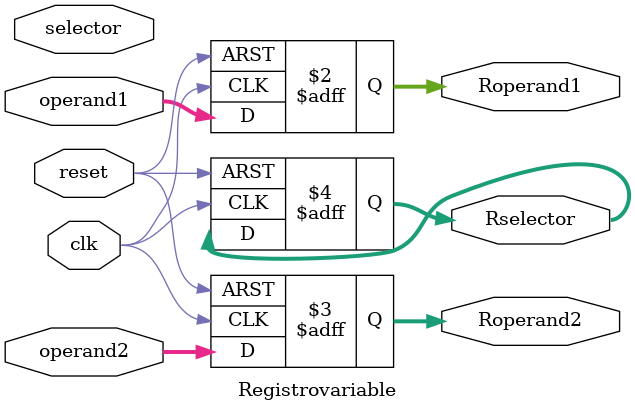
<source format=sv>
module Registrovariable  #(parameter N=4)(input [3:0] selector, 
                                                     input [N-1:0] operand1,operand2,
                                                     input clk, reset,
                                                     output reg [N-1:0] Roperand1, Roperand2,
                                                     output reg [3:0] Rselector);

    always @(posedge clk or posedge reset) begin

        if(reset) begin
            Roperand1 <= 0;
            Roperand2 <= 0;
            Rselector <= 0;
            end
        else begin
            Roperand1 <= operand1;
            Roperand2 <= operand2;
            Rselector <= Rselector;
            end
    end

endmodule
/*module Registrovariable #(parameter N = 4)(
    input logic clk,
    input logic reset,
    input logic [N-1:0] in_data1,
    input logic [N-1:0] in_data2,
    input logic [3:0] in_op_select,
    output logic [N-1:0] out_data1,
    output logic [N-1:0] out_data2,
    output logic [3:0] out_op_select
);

    // Registros internos
    logic [N-1:0] reg_data1;
    logic [N-1:0] reg_data2;
    logic [3:0] reg_op_select;

    always_ff @(posedge clk or posedge reset)
    begin
        if (reset) begin
            reg_data1 <= 0;
            reg_data2 <= 0;
            reg_op_select <= 0;
        end
        else begin
            reg_data1 <= in_data1;
            reg_data2 <= in_data2;
            reg_op_select <= in_op_select;
        end
    end

    assign out_data1 = reg_data1;
    assign out_data2 = reg_data2;
    assign out_op_select = reg_op_select;
endmodule*/
</source>
